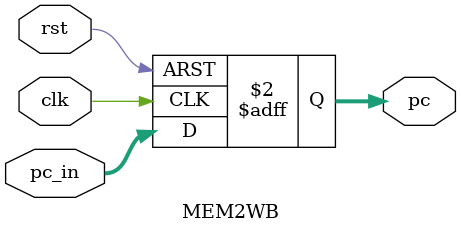
<source format=v>
module MEM2WB (input clk, rst, input[31: 0] pc_in, output reg[31: 0] pc);

  always @ (posedge clk, posedge rst) begin

    if (rst) begin
      pc <= 32'b 0;
    end
    else begin
      pc <= pc_in;
    end

  end

endmodule // MEM2WB

</source>
